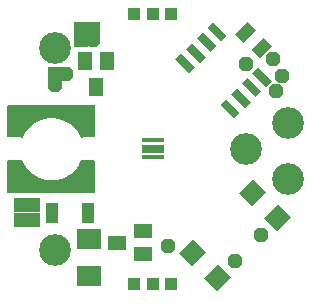
<source format=gts>
G75*
%MOIN*%
%OFA0B0*%
%FSLAX25Y25*%
%IPPOS*%
%LPD*%
%AMOC8*
5,1,8,0,0,1.08239X$1,22.5*
%
%ADD10R,0.05600X0.05600*%
%ADD11C,0.00500*%
%ADD12C,0.00160*%
%ADD13R,0.07293X0.02569*%
%ADD14R,0.07293X0.01584*%
%ADD15R,0.04537X0.06112*%
%ADD16R,0.06899X0.06112*%
%ADD17C,0.10600*%
%ADD18R,0.06112X0.04537*%
%ADD19R,0.04143X0.06899*%
%ADD20R,0.04143X0.05718*%
%ADD21R,0.02765X0.06506*%
%ADD22R,0.08080X0.06899*%
%ADD23R,0.04756X0.04756*%
%ADD24OC8,0.04756*%
%ADD25R,0.04362X0.04362*%
D10*
X0086061Y0071189D03*
X0086061Y0094811D03*
D11*
X0088620Y0094793D02*
X0059880Y0094793D01*
X0059880Y0094295D02*
X0088620Y0094295D01*
X0088620Y0093796D02*
X0073209Y0093796D01*
X0072944Y0093838D02*
X0074250Y0093630D01*
X0075549Y0093791D01*
X0076856Y0093747D01*
X0078141Y0093499D01*
X0079371Y0093053D01*
X0080517Y0092420D01*
X0081549Y0091616D01*
X0082442Y0090660D01*
X0083176Y0089576D01*
X0083730Y0088391D01*
X0084093Y0087134D01*
X0088620Y0087134D01*
X0088620Y0097370D01*
X0059880Y0097370D01*
X0059880Y0087134D01*
X0064407Y0087134D01*
X0064729Y0088417D01*
X0065257Y0089629D01*
X0065977Y0090739D01*
X0066869Y0091716D01*
X0067909Y0092533D01*
X0069069Y0093168D01*
X0070318Y0093604D01*
X0071621Y0093830D01*
X0072944Y0093838D01*
X0071427Y0093796D02*
X0059880Y0093796D01*
X0059880Y0093298D02*
X0069441Y0093298D01*
X0068396Y0092799D02*
X0059880Y0092799D01*
X0059880Y0092301D02*
X0067614Y0092301D01*
X0066979Y0091802D02*
X0059880Y0091802D01*
X0059880Y0091303D02*
X0066493Y0091303D01*
X0066037Y0090805D02*
X0059880Y0090805D01*
X0059880Y0090306D02*
X0065697Y0090306D01*
X0065373Y0089808D02*
X0059880Y0089808D01*
X0059880Y0089309D02*
X0065118Y0089309D01*
X0064901Y0088811D02*
X0059880Y0088811D01*
X0059880Y0088312D02*
X0064703Y0088312D01*
X0064578Y0087814D02*
X0059880Y0087814D01*
X0059880Y0087315D02*
X0064453Y0087315D01*
X0059880Y0095292D02*
X0088620Y0095292D01*
X0088620Y0095790D02*
X0059880Y0095790D01*
X0059880Y0096289D02*
X0088620Y0096289D01*
X0088620Y0096787D02*
X0059880Y0096787D01*
X0059880Y0097286D02*
X0088620Y0097286D01*
X0088620Y0093298D02*
X0078697Y0093298D01*
X0079831Y0092799D02*
X0088620Y0092799D01*
X0088620Y0092301D02*
X0080670Y0092301D01*
X0081310Y0091802D02*
X0088620Y0091802D01*
X0088620Y0091303D02*
X0081841Y0091303D01*
X0082307Y0090805D02*
X0088620Y0090805D01*
X0088620Y0090306D02*
X0082682Y0090306D01*
X0083019Y0089808D02*
X0088620Y0089808D01*
X0088620Y0089309D02*
X0083301Y0089309D01*
X0083534Y0088811D02*
X0088620Y0088811D01*
X0088620Y0088312D02*
X0083753Y0088312D01*
X0083897Y0087814D02*
X0088620Y0087814D01*
X0088620Y0087315D02*
X0084040Y0087315D01*
X0084093Y0078866D02*
X0088620Y0078866D01*
X0088620Y0068630D01*
X0059880Y0068630D01*
X0059880Y0078866D01*
X0064407Y0078866D01*
X0064770Y0077609D01*
X0065324Y0076424D01*
X0066058Y0075340D01*
X0066951Y0074384D01*
X0067983Y0073580D01*
X0069129Y0072947D01*
X0070359Y0072501D01*
X0071644Y0072253D01*
X0072951Y0072209D01*
X0074250Y0072370D01*
X0075556Y0072162D01*
X0076879Y0072170D01*
X0078182Y0072396D01*
X0079431Y0072832D01*
X0080591Y0073467D01*
X0081631Y0074284D01*
X0082523Y0075261D01*
X0083243Y0076371D01*
X0083771Y0077583D01*
X0084093Y0078866D01*
X0084086Y0078841D02*
X0088620Y0078841D01*
X0088620Y0078342D02*
X0083961Y0078342D01*
X0083836Y0077844D02*
X0088620Y0077844D01*
X0088620Y0077345D02*
X0083667Y0077345D01*
X0083450Y0076847D02*
X0088620Y0076847D01*
X0088620Y0076348D02*
X0083228Y0076348D01*
X0082905Y0075850D02*
X0088620Y0075850D01*
X0088620Y0075351D02*
X0082581Y0075351D01*
X0082150Y0074853D02*
X0088620Y0074853D01*
X0088620Y0074354D02*
X0081694Y0074354D01*
X0081085Y0073856D02*
X0088620Y0073856D01*
X0088620Y0073357D02*
X0080389Y0073357D01*
X0079479Y0072859D02*
X0088620Y0072859D01*
X0088620Y0072360D02*
X0077975Y0072360D01*
X0074313Y0072360D02*
X0074169Y0072360D01*
X0071088Y0072360D02*
X0059880Y0072360D01*
X0059880Y0071862D02*
X0088620Y0071862D01*
X0088620Y0071363D02*
X0059880Y0071363D01*
X0059880Y0070865D02*
X0088620Y0070865D01*
X0088620Y0070366D02*
X0059880Y0070366D01*
X0059880Y0069868D02*
X0088620Y0069868D01*
X0088620Y0069369D02*
X0059880Y0069369D01*
X0059880Y0068870D02*
X0088620Y0068870D01*
X0069372Y0072859D02*
X0059880Y0072859D01*
X0059880Y0073357D02*
X0068386Y0073357D01*
X0067629Y0073856D02*
X0059880Y0073856D01*
X0059880Y0074354D02*
X0066989Y0074354D01*
X0066513Y0074853D02*
X0059880Y0074853D01*
X0059880Y0075351D02*
X0066050Y0075351D01*
X0065713Y0075850D02*
X0059880Y0075850D01*
X0059880Y0076348D02*
X0065375Y0076348D01*
X0065126Y0076847D02*
X0059880Y0076847D01*
X0059880Y0077345D02*
X0064893Y0077345D01*
X0064702Y0077844D02*
X0059880Y0077844D01*
X0059880Y0078342D02*
X0064558Y0078342D01*
X0064415Y0078841D02*
X0059880Y0078841D01*
D12*
X0085354Y0087643D02*
X0084027Y0087085D01*
X0083922Y0087323D01*
X0083810Y0087558D01*
X0083694Y0087790D01*
X0083571Y0088019D01*
X0083443Y0088245D01*
X0083309Y0088468D01*
X0083170Y0088688D01*
X0083026Y0088904D01*
X0082876Y0089117D01*
X0082722Y0089326D01*
X0082562Y0089531D01*
X0082397Y0089732D01*
X0082228Y0089929D01*
X0082054Y0090122D01*
X0081875Y0090310D01*
X0081691Y0090494D01*
X0081503Y0090674D01*
X0081311Y0090849D01*
X0081114Y0091019D01*
X0080914Y0091184D01*
X0080709Y0091345D01*
X0080501Y0091500D01*
X0080289Y0091650D01*
X0080073Y0091796D01*
X0079854Y0091935D01*
X0079632Y0092070D01*
X0079406Y0092198D01*
X0079177Y0092322D01*
X0078945Y0092440D01*
X0078711Y0092552D01*
X0078474Y0092658D01*
X0078234Y0092758D01*
X0077992Y0092853D01*
X0077747Y0092942D01*
X0077501Y0093024D01*
X0077253Y0093101D01*
X0077002Y0093171D01*
X0076751Y0093236D01*
X0076497Y0093294D01*
X0076243Y0093346D01*
X0075987Y0093392D01*
X0075730Y0093432D01*
X0075472Y0093465D01*
X0075213Y0093492D01*
X0074954Y0093513D01*
X0074695Y0093527D01*
X0074435Y0093535D01*
X0074175Y0093537D01*
X0073915Y0093532D01*
X0073656Y0093521D01*
X0073396Y0093504D01*
X0073137Y0093480D01*
X0072879Y0093450D01*
X0072622Y0093414D01*
X0072365Y0093372D01*
X0072110Y0093323D01*
X0071856Y0093268D01*
X0071603Y0093207D01*
X0071352Y0093140D01*
X0071103Y0093066D01*
X0070855Y0092987D01*
X0070610Y0092901D01*
X0070367Y0092810D01*
X0070125Y0092713D01*
X0069887Y0092610D01*
X0069651Y0092501D01*
X0069418Y0092386D01*
X0069187Y0092266D01*
X0068960Y0092140D01*
X0068736Y0092008D01*
X0068515Y0091872D01*
X0068297Y0091729D01*
X0068083Y0091582D01*
X0067873Y0091429D01*
X0067666Y0091272D01*
X0067463Y0091109D01*
X0067265Y0090941D01*
X0067070Y0090769D01*
X0066880Y0090592D01*
X0066694Y0090410D01*
X0066512Y0090224D01*
X0066336Y0090033D01*
X0066163Y0089839D01*
X0065996Y0089640D01*
X0065834Y0089437D01*
X0065676Y0089230D01*
X0065524Y0089019D01*
X0065377Y0088805D01*
X0065235Y0088587D01*
X0065099Y0088366D01*
X0064967Y0088142D01*
X0064842Y0087914D01*
X0064722Y0087683D01*
X0064608Y0087450D01*
X0064499Y0087214D01*
X0064396Y0086975D01*
X0063063Y0087518D01*
X0063179Y0087790D01*
X0063302Y0088058D01*
X0063432Y0088323D01*
X0063568Y0088585D01*
X0063710Y0088844D01*
X0063859Y0089099D01*
X0064014Y0089351D01*
X0064175Y0089598D01*
X0064342Y0089842D01*
X0064515Y0090081D01*
X0064693Y0090316D01*
X0064878Y0090547D01*
X0065068Y0090773D01*
X0065263Y0090994D01*
X0065464Y0091211D01*
X0065670Y0091422D01*
X0065881Y0091629D01*
X0066097Y0091830D01*
X0066318Y0092026D01*
X0066543Y0092217D01*
X0066773Y0092402D01*
X0067008Y0092581D01*
X0067247Y0092754D01*
X0067490Y0092922D01*
X0067737Y0093084D01*
X0067988Y0093239D01*
X0068243Y0093389D01*
X0068501Y0093532D01*
X0068763Y0093669D01*
X0069028Y0093799D01*
X0069296Y0093923D01*
X0069567Y0094040D01*
X0069841Y0094151D01*
X0070117Y0094255D01*
X0070396Y0094352D01*
X0070677Y0094442D01*
X0070960Y0094525D01*
X0071245Y0094602D01*
X0071532Y0094671D01*
X0071821Y0094734D01*
X0072111Y0094789D01*
X0072402Y0094837D01*
X0072695Y0094879D01*
X0072988Y0094913D01*
X0073282Y0094939D01*
X0073577Y0094959D01*
X0073872Y0094972D01*
X0074167Y0094977D01*
X0074462Y0094975D01*
X0074757Y0094966D01*
X0075052Y0094949D01*
X0075347Y0094926D01*
X0075640Y0094895D01*
X0075933Y0094857D01*
X0076225Y0094812D01*
X0076516Y0094760D01*
X0076805Y0094701D01*
X0077093Y0094635D01*
X0077379Y0094561D01*
X0077663Y0094481D01*
X0077945Y0094394D01*
X0078225Y0094300D01*
X0078502Y0094199D01*
X0078777Y0094092D01*
X0079050Y0093978D01*
X0079319Y0093857D01*
X0079586Y0093729D01*
X0079849Y0093596D01*
X0080109Y0093455D01*
X0080365Y0093309D01*
X0080618Y0093156D01*
X0080867Y0092997D01*
X0081112Y0092832D01*
X0081352Y0092662D01*
X0081589Y0092485D01*
X0081821Y0092303D01*
X0082049Y0092115D01*
X0082272Y0091921D01*
X0082490Y0091722D01*
X0082704Y0091518D01*
X0082912Y0091309D01*
X0083115Y0091095D01*
X0083313Y0090875D01*
X0083505Y0090651D01*
X0083692Y0090423D01*
X0083874Y0090190D01*
X0084049Y0089952D01*
X0084219Y0089711D01*
X0084383Y0089465D01*
X0084540Y0089215D01*
X0084692Y0088962D01*
X0084837Y0088705D01*
X0084976Y0088444D01*
X0085109Y0088181D01*
X0085235Y0087914D01*
X0085355Y0087644D01*
X0085215Y0087585D01*
X0085097Y0087852D01*
X0084973Y0088115D01*
X0084842Y0088376D01*
X0084704Y0088633D01*
X0084561Y0088887D01*
X0084411Y0089137D01*
X0084256Y0089384D01*
X0084094Y0089626D01*
X0083926Y0089865D01*
X0083753Y0090099D01*
X0083574Y0090329D01*
X0083389Y0090555D01*
X0083199Y0090776D01*
X0083004Y0090993D01*
X0082803Y0091204D01*
X0082598Y0091411D01*
X0082387Y0091612D01*
X0082171Y0091809D01*
X0081951Y0092000D01*
X0081726Y0092185D01*
X0081497Y0092365D01*
X0081263Y0092540D01*
X0081025Y0092708D01*
X0080783Y0092871D01*
X0080538Y0093028D01*
X0080288Y0093179D01*
X0080035Y0093324D01*
X0079778Y0093462D01*
X0079518Y0093594D01*
X0079255Y0093720D01*
X0078989Y0093839D01*
X0078720Y0093952D01*
X0078449Y0094058D01*
X0078175Y0094158D01*
X0077898Y0094250D01*
X0077620Y0094336D01*
X0077339Y0094416D01*
X0077057Y0094488D01*
X0076773Y0094553D01*
X0076487Y0094612D01*
X0076200Y0094663D01*
X0075912Y0094708D01*
X0075623Y0094745D01*
X0075333Y0094775D01*
X0075042Y0094799D01*
X0074751Y0094815D01*
X0074459Y0094824D01*
X0074168Y0094826D01*
X0073876Y0094821D01*
X0073585Y0094808D01*
X0073294Y0094789D01*
X0073004Y0094762D01*
X0072714Y0094729D01*
X0072425Y0094688D01*
X0072138Y0094640D01*
X0071851Y0094586D01*
X0071566Y0094524D01*
X0071283Y0094456D01*
X0071001Y0094380D01*
X0070722Y0094298D01*
X0070444Y0094209D01*
X0070169Y0094113D01*
X0069896Y0094010D01*
X0069625Y0093901D01*
X0069358Y0093785D01*
X0069093Y0093663D01*
X0068832Y0093534D01*
X0068573Y0093399D01*
X0068318Y0093258D01*
X0068067Y0093110D01*
X0067819Y0092957D01*
X0067575Y0092797D01*
X0067335Y0092632D01*
X0067099Y0092460D01*
X0066867Y0092283D01*
X0066640Y0092101D01*
X0066417Y0091912D01*
X0066199Y0091719D01*
X0065986Y0091520D01*
X0065777Y0091316D01*
X0065574Y0091107D01*
X0065376Y0090894D01*
X0065183Y0090675D01*
X0064995Y0090452D01*
X0064813Y0090224D01*
X0064637Y0089992D01*
X0064466Y0089755D01*
X0064301Y0089515D01*
X0064142Y0089271D01*
X0063989Y0089022D01*
X0063842Y0088770D01*
X0063702Y0088515D01*
X0063567Y0088256D01*
X0063439Y0087994D01*
X0063318Y0087729D01*
X0063202Y0087461D01*
X0063342Y0087404D01*
X0063456Y0087669D01*
X0063576Y0087931D01*
X0063702Y0088189D01*
X0063835Y0088445D01*
X0063974Y0088697D01*
X0064119Y0088945D01*
X0064270Y0089190D01*
X0064427Y0089432D01*
X0064590Y0089669D01*
X0064758Y0089903D01*
X0064933Y0090132D01*
X0065112Y0090357D01*
X0065298Y0090577D01*
X0065488Y0090793D01*
X0065684Y0091004D01*
X0065885Y0091210D01*
X0066090Y0091411D01*
X0066301Y0091608D01*
X0066516Y0091799D01*
X0066736Y0091984D01*
X0066961Y0092165D01*
X0067189Y0092339D01*
X0067422Y0092509D01*
X0067659Y0092672D01*
X0067900Y0092830D01*
X0068145Y0092981D01*
X0068393Y0093127D01*
X0068645Y0093266D01*
X0068900Y0093400D01*
X0069158Y0093527D01*
X0069420Y0093647D01*
X0069684Y0093762D01*
X0069951Y0093869D01*
X0070220Y0093971D01*
X0070492Y0094065D01*
X0070766Y0094153D01*
X0071042Y0094235D01*
X0071321Y0094309D01*
X0071600Y0094377D01*
X0071882Y0094438D01*
X0072164Y0094492D01*
X0072448Y0094539D01*
X0072733Y0094579D01*
X0073019Y0094612D01*
X0073306Y0094638D01*
X0073593Y0094658D01*
X0073881Y0094670D01*
X0074169Y0094675D01*
X0074457Y0094673D01*
X0074744Y0094664D01*
X0075032Y0094648D01*
X0075319Y0094625D01*
X0075605Y0094595D01*
X0075890Y0094558D01*
X0076175Y0094514D01*
X0076458Y0094464D01*
X0076740Y0094406D01*
X0077021Y0094341D01*
X0077300Y0094270D01*
X0077577Y0094192D01*
X0077852Y0094107D01*
X0078125Y0094015D01*
X0078395Y0093917D01*
X0078663Y0093812D01*
X0078929Y0093701D01*
X0079192Y0093583D01*
X0079451Y0093459D01*
X0079708Y0093328D01*
X0079961Y0093192D01*
X0080211Y0093049D01*
X0080458Y0092900D01*
X0080700Y0092745D01*
X0080939Y0092585D01*
X0081174Y0092418D01*
X0081405Y0092246D01*
X0081631Y0092068D01*
X0081853Y0091885D01*
X0082071Y0091696D01*
X0082283Y0091502D01*
X0082491Y0091303D01*
X0082694Y0091099D01*
X0082893Y0090891D01*
X0083085Y0090677D01*
X0083273Y0090459D01*
X0083455Y0090236D01*
X0083632Y0090009D01*
X0083803Y0089777D01*
X0083969Y0089542D01*
X0084128Y0089302D01*
X0084282Y0089059D01*
X0084430Y0088812D01*
X0084572Y0088561D01*
X0084707Y0088307D01*
X0084837Y0088050D01*
X0084960Y0087790D01*
X0085076Y0087527D01*
X0084937Y0087468D01*
X0084822Y0087728D01*
X0084700Y0087985D01*
X0084573Y0088239D01*
X0084439Y0088489D01*
X0084299Y0088737D01*
X0084153Y0088980D01*
X0084001Y0089221D01*
X0083844Y0089457D01*
X0083680Y0089690D01*
X0083511Y0089918D01*
X0083337Y0090142D01*
X0083157Y0090362D01*
X0082972Y0090578D01*
X0082781Y0090789D01*
X0082586Y0090995D01*
X0082385Y0091196D01*
X0082180Y0091392D01*
X0081970Y0091584D01*
X0081755Y0091770D01*
X0081536Y0091951D01*
X0081312Y0092126D01*
X0081085Y0092296D01*
X0080853Y0092461D01*
X0080617Y0092619D01*
X0080377Y0092772D01*
X0080134Y0092919D01*
X0079888Y0093060D01*
X0079637Y0093195D01*
X0079384Y0093324D01*
X0079128Y0093446D01*
X0078868Y0093562D01*
X0078606Y0093672D01*
X0078342Y0093776D01*
X0078075Y0093873D01*
X0077805Y0093963D01*
X0077534Y0094047D01*
X0077260Y0094124D01*
X0076985Y0094195D01*
X0076708Y0094258D01*
X0076430Y0094315D01*
X0076150Y0094365D01*
X0075869Y0094409D01*
X0075587Y0094445D01*
X0075305Y0094475D01*
X0075021Y0094497D01*
X0074738Y0094513D01*
X0074454Y0094522D01*
X0074170Y0094524D01*
X0073885Y0094519D01*
X0073602Y0094507D01*
X0073318Y0094488D01*
X0073035Y0094462D01*
X0072753Y0094429D01*
X0072471Y0094390D01*
X0072191Y0094343D01*
X0071912Y0094290D01*
X0071634Y0094230D01*
X0071358Y0094163D01*
X0071084Y0094089D01*
X0070811Y0094009D01*
X0070540Y0093922D01*
X0070272Y0093829D01*
X0070006Y0093729D01*
X0069743Y0093622D01*
X0069482Y0093510D01*
X0069224Y0093391D01*
X0068969Y0093265D01*
X0068717Y0093134D01*
X0068468Y0092996D01*
X0068223Y0092852D01*
X0067982Y0092702D01*
X0067744Y0092547D01*
X0067510Y0092386D01*
X0067280Y0092219D01*
X0067054Y0092046D01*
X0066833Y0091868D01*
X0066616Y0091685D01*
X0066403Y0091496D01*
X0066195Y0091303D01*
X0065992Y0091104D01*
X0065794Y0090900D01*
X0065600Y0090692D01*
X0065412Y0090479D01*
X0065230Y0090261D01*
X0065052Y0090040D01*
X0064880Y0089813D01*
X0064714Y0089583D01*
X0064553Y0089349D01*
X0064398Y0089110D01*
X0064249Y0088869D01*
X0064106Y0088623D01*
X0063969Y0088374D01*
X0063838Y0088122D01*
X0063713Y0087867D01*
X0063594Y0087609D01*
X0063482Y0087347D01*
X0063622Y0087290D01*
X0063733Y0087548D01*
X0063850Y0087803D01*
X0063973Y0088055D01*
X0064102Y0088304D01*
X0064238Y0088549D01*
X0064379Y0088792D01*
X0064526Y0089030D01*
X0064679Y0089265D01*
X0064838Y0089497D01*
X0065002Y0089724D01*
X0065172Y0089947D01*
X0065347Y0090166D01*
X0065527Y0090381D01*
X0065713Y0090591D01*
X0065904Y0090797D01*
X0066099Y0090998D01*
X0066300Y0091194D01*
X0066505Y0091385D01*
X0066715Y0091571D01*
X0066929Y0091752D01*
X0067148Y0091928D01*
X0067371Y0092098D01*
X0067598Y0092263D01*
X0067829Y0092422D01*
X0068063Y0092575D01*
X0068302Y0092723D01*
X0068544Y0092865D01*
X0068789Y0093001D01*
X0069038Y0093131D01*
X0069289Y0093254D01*
X0069544Y0093372D01*
X0069801Y0093483D01*
X0070061Y0093588D01*
X0070324Y0093687D01*
X0070589Y0093779D01*
X0070856Y0093865D01*
X0071125Y0093944D01*
X0071396Y0094017D01*
X0071668Y0094083D01*
X0071942Y0094142D01*
X0072218Y0094195D01*
X0072494Y0094240D01*
X0072772Y0094280D01*
X0073051Y0094312D01*
X0073330Y0094337D01*
X0073610Y0094356D01*
X0073890Y0094368D01*
X0074170Y0094373D01*
X0074451Y0094371D01*
X0074731Y0094362D01*
X0075011Y0094347D01*
X0075291Y0094324D01*
X0075570Y0094295D01*
X0075848Y0094259D01*
X0076125Y0094217D01*
X0076401Y0094167D01*
X0076676Y0094111D01*
X0076949Y0094048D01*
X0077221Y0093978D01*
X0077491Y0093902D01*
X0077759Y0093819D01*
X0078025Y0093730D01*
X0078288Y0093635D01*
X0078549Y0093532D01*
X0078808Y0093424D01*
X0079064Y0093309D01*
X0079317Y0093188D01*
X0079567Y0093061D01*
X0079814Y0092928D01*
X0080057Y0092789D01*
X0080297Y0092644D01*
X0080534Y0092493D01*
X0080767Y0092337D01*
X0080995Y0092174D01*
X0081220Y0092007D01*
X0081441Y0091834D01*
X0081657Y0091655D01*
X0081869Y0091471D01*
X0082076Y0091283D01*
X0082279Y0091089D01*
X0082477Y0090890D01*
X0082670Y0090687D01*
X0082858Y0090478D01*
X0083041Y0090266D01*
X0083218Y0090049D01*
X0083391Y0089827D01*
X0083557Y0089602D01*
X0083719Y0089372D01*
X0083874Y0089139D01*
X0084024Y0088902D01*
X0084168Y0088661D01*
X0084306Y0088417D01*
X0084438Y0088170D01*
X0084564Y0087919D01*
X0084684Y0087666D01*
X0084798Y0087409D01*
X0084659Y0087351D01*
X0084546Y0087604D01*
X0084428Y0087854D01*
X0084304Y0088101D01*
X0084173Y0088345D01*
X0084037Y0088586D01*
X0083895Y0088824D01*
X0083747Y0089058D01*
X0083593Y0089288D01*
X0083434Y0089514D01*
X0083270Y0089737D01*
X0083100Y0089955D01*
X0082924Y0090169D01*
X0082744Y0090379D01*
X0082559Y0090585D01*
X0082368Y0090785D01*
X0082173Y0090981D01*
X0081973Y0091173D01*
X0081768Y0091359D01*
X0081559Y0091540D01*
X0081346Y0091716D01*
X0081128Y0091887D01*
X0080906Y0092053D01*
X0080680Y0092213D01*
X0080451Y0092367D01*
X0080217Y0092516D01*
X0079980Y0092659D01*
X0079740Y0092796D01*
X0079497Y0092928D01*
X0079250Y0093053D01*
X0079000Y0093172D01*
X0078748Y0093286D01*
X0078492Y0093393D01*
X0078235Y0093493D01*
X0077975Y0093588D01*
X0077712Y0093676D01*
X0077448Y0093757D01*
X0077181Y0093833D01*
X0076913Y0093901D01*
X0076644Y0093963D01*
X0076372Y0094019D01*
X0076100Y0094068D01*
X0075827Y0094110D01*
X0075552Y0094145D01*
X0075277Y0094174D01*
X0075001Y0094196D01*
X0074725Y0094211D01*
X0074448Y0094220D01*
X0074171Y0094222D01*
X0073895Y0094217D01*
X0073618Y0094205D01*
X0073342Y0094187D01*
X0073066Y0094162D01*
X0072791Y0094130D01*
X0072517Y0094091D01*
X0072244Y0094046D01*
X0071973Y0093994D01*
X0071702Y0093936D01*
X0071433Y0093870D01*
X0071166Y0093799D01*
X0070900Y0093721D01*
X0070637Y0093636D01*
X0070375Y0093545D01*
X0070116Y0093448D01*
X0069860Y0093344D01*
X0069606Y0093234D01*
X0069355Y0093118D01*
X0069106Y0092996D01*
X0068861Y0092868D01*
X0068619Y0092734D01*
X0068380Y0092594D01*
X0068145Y0092448D01*
X0067913Y0092297D01*
X0067685Y0092140D01*
X0067461Y0091977D01*
X0067241Y0091809D01*
X0067026Y0091636D01*
X0066814Y0091457D01*
X0066607Y0091274D01*
X0066405Y0091085D01*
X0066207Y0090892D01*
X0066014Y0090693D01*
X0065825Y0090491D01*
X0065642Y0090283D01*
X0065464Y0090071D01*
X0065291Y0089855D01*
X0065124Y0089635D01*
X0064962Y0089410D01*
X0064805Y0089182D01*
X0064654Y0088950D01*
X0064509Y0088715D01*
X0064369Y0088476D01*
X0064236Y0088233D01*
X0064108Y0087988D01*
X0063987Y0087739D01*
X0063871Y0087488D01*
X0063762Y0087234D01*
X0063902Y0087177D01*
X0064010Y0087427D01*
X0064124Y0087675D01*
X0064244Y0087921D01*
X0064369Y0088163D01*
X0064501Y0088402D01*
X0064639Y0088638D01*
X0064782Y0088870D01*
X0064931Y0089099D01*
X0065086Y0089324D01*
X0065246Y0089546D01*
X0065411Y0089763D01*
X0065581Y0089976D01*
X0065757Y0090185D01*
X0065938Y0090390D01*
X0066124Y0090590D01*
X0066314Y0090786D01*
X0066509Y0090976D01*
X0066709Y0091162D01*
X0066913Y0091344D01*
X0067122Y0091520D01*
X0067335Y0091691D01*
X0067552Y0091856D01*
X0067773Y0092017D01*
X0067998Y0092172D01*
X0068226Y0092321D01*
X0068458Y0092465D01*
X0068694Y0092603D01*
X0068933Y0092735D01*
X0069175Y0092862D01*
X0069420Y0092982D01*
X0069668Y0093097D01*
X0069918Y0093205D01*
X0070172Y0093307D01*
X0070427Y0093403D01*
X0070685Y0093493D01*
X0070945Y0093576D01*
X0071207Y0093654D01*
X0071471Y0093724D01*
X0071736Y0093788D01*
X0072003Y0093846D01*
X0072271Y0093897D01*
X0072540Y0093942D01*
X0072811Y0093980D01*
X0073082Y0094011D01*
X0073354Y0094036D01*
X0073626Y0094054D01*
X0073899Y0094066D01*
X0074172Y0094071D01*
X0074445Y0094069D01*
X0074718Y0094061D01*
X0074991Y0094045D01*
X0075263Y0094024D01*
X0075534Y0093995D01*
X0075805Y0093960D01*
X0076075Y0093919D01*
X0076344Y0093871D01*
X0076611Y0093816D01*
X0076877Y0093755D01*
X0077142Y0093687D01*
X0077405Y0093613D01*
X0077666Y0093532D01*
X0077924Y0093445D01*
X0078181Y0093352D01*
X0078435Y0093253D01*
X0078687Y0093147D01*
X0078936Y0093036D01*
X0079183Y0092918D01*
X0079426Y0092794D01*
X0079666Y0092665D01*
X0079904Y0092529D01*
X0080137Y0092388D01*
X0080367Y0092241D01*
X0080594Y0092089D01*
X0080817Y0091931D01*
X0081036Y0091768D01*
X0081250Y0091599D01*
X0081461Y0091425D01*
X0081667Y0091247D01*
X0081869Y0091063D01*
X0082067Y0090874D01*
X0082259Y0090681D01*
X0082447Y0090482D01*
X0082630Y0090280D01*
X0082808Y0090073D01*
X0082981Y0089862D01*
X0083149Y0089646D01*
X0083311Y0089427D01*
X0083468Y0089203D01*
X0083620Y0088976D01*
X0083766Y0088745D01*
X0083906Y0088511D01*
X0084041Y0088273D01*
X0084169Y0088033D01*
X0084292Y0087789D01*
X0084409Y0087542D01*
X0084519Y0087292D01*
X0084380Y0087234D01*
X0084271Y0087480D01*
X0084156Y0087723D01*
X0084035Y0087964D01*
X0083908Y0088202D01*
X0083775Y0088436D01*
X0083637Y0088667D01*
X0083493Y0088895D01*
X0083343Y0089119D01*
X0083188Y0089339D01*
X0083028Y0089556D01*
X0082863Y0089768D01*
X0082692Y0089976D01*
X0082516Y0090181D01*
X0082336Y0090380D01*
X0082151Y0090576D01*
X0081960Y0090767D01*
X0081766Y0090953D01*
X0081567Y0091134D01*
X0081363Y0091310D01*
X0081155Y0091482D01*
X0080943Y0091648D01*
X0080727Y0091809D01*
X0080508Y0091965D01*
X0080284Y0092115D01*
X0080057Y0092260D01*
X0079827Y0092399D01*
X0079593Y0092533D01*
X0079356Y0092661D01*
X0079116Y0092783D01*
X0078873Y0092899D01*
X0078627Y0093009D01*
X0078378Y0093113D01*
X0078128Y0093211D01*
X0077874Y0093303D01*
X0077619Y0093389D01*
X0077362Y0093468D01*
X0077102Y0093541D01*
X0076842Y0093608D01*
X0076579Y0093668D01*
X0076315Y0093722D01*
X0076050Y0093770D01*
X0075784Y0093811D01*
X0075517Y0093845D01*
X0075249Y0093873D01*
X0074980Y0093895D01*
X0074712Y0093910D01*
X0074442Y0093918D01*
X0074173Y0093920D01*
X0073904Y0093915D01*
X0073635Y0093904D01*
X0073366Y0093886D01*
X0073098Y0093861D01*
X0072830Y0093830D01*
X0072563Y0093793D01*
X0072298Y0093749D01*
X0072033Y0093698D01*
X0071770Y0093641D01*
X0071508Y0093578D01*
X0071248Y0093508D01*
X0070990Y0093432D01*
X0070733Y0093350D01*
X0070479Y0093261D01*
X0070227Y0093167D01*
X0069977Y0093066D01*
X0069730Y0092959D01*
X0069485Y0092846D01*
X0069243Y0092727D01*
X0069005Y0092602D01*
X0068769Y0092472D01*
X0068537Y0092336D01*
X0068308Y0092194D01*
X0068082Y0092047D01*
X0067861Y0091894D01*
X0067643Y0091736D01*
X0067429Y0091572D01*
X0067219Y0091404D01*
X0067013Y0091230D01*
X0066811Y0091051D01*
X0066614Y0090868D01*
X0066421Y0090679D01*
X0066234Y0090486D01*
X0066050Y0090289D01*
X0065872Y0090087D01*
X0065699Y0089881D01*
X0065530Y0089671D01*
X0065367Y0089456D01*
X0065210Y0089238D01*
X0065057Y0089016D01*
X0064910Y0088790D01*
X0064769Y0088561D01*
X0064633Y0088328D01*
X0064503Y0088093D01*
X0064379Y0087854D01*
X0064260Y0087612D01*
X0064148Y0087367D01*
X0064041Y0087120D01*
X0064181Y0087063D01*
X0064286Y0087307D01*
X0064397Y0087548D01*
X0064514Y0087786D01*
X0064637Y0088022D01*
X0064765Y0088255D01*
X0064899Y0088484D01*
X0065038Y0088710D01*
X0065183Y0088933D01*
X0065334Y0089152D01*
X0065489Y0089367D01*
X0065650Y0089578D01*
X0065816Y0089786D01*
X0065987Y0089989D01*
X0066163Y0090188D01*
X0066343Y0090383D01*
X0066529Y0090573D01*
X0066719Y0090759D01*
X0066913Y0090940D01*
X0067112Y0091116D01*
X0067315Y0091287D01*
X0067522Y0091454D01*
X0067733Y0091615D01*
X0067948Y0091771D01*
X0068167Y0091922D01*
X0068389Y0092067D01*
X0068615Y0092207D01*
X0068844Y0092341D01*
X0069077Y0092470D01*
X0069312Y0092593D01*
X0069551Y0092710D01*
X0069792Y0092821D01*
X0070035Y0092927D01*
X0070282Y0093026D01*
X0070530Y0093119D01*
X0070781Y0093207D01*
X0071034Y0093288D01*
X0071289Y0093363D01*
X0071546Y0093432D01*
X0071804Y0093494D01*
X0072063Y0093550D01*
X0072324Y0093600D01*
X0072586Y0093643D01*
X0072849Y0093680D01*
X0073113Y0093711D01*
X0073378Y0093735D01*
X0073643Y0093753D01*
X0073908Y0093764D01*
X0074174Y0093769D01*
X0074439Y0093767D01*
X0074705Y0093759D01*
X0074970Y0093744D01*
X0075235Y0093723D01*
X0075499Y0093695D01*
X0075763Y0093661D01*
X0076025Y0093621D01*
X0076287Y0093574D01*
X0076547Y0093521D01*
X0076806Y0093461D01*
X0077063Y0093395D01*
X0077319Y0093323D01*
X0077572Y0093245D01*
X0077824Y0093160D01*
X0078074Y0093070D01*
X0078321Y0092973D01*
X0078566Y0092870D01*
X0078809Y0092762D01*
X0079048Y0092647D01*
X0079285Y0092527D01*
X0079519Y0092401D01*
X0079750Y0092269D01*
X0079977Y0092132D01*
X0080201Y0091989D01*
X0080421Y0091841D01*
X0080638Y0091687D01*
X0080851Y0091529D01*
X0081060Y0091365D01*
X0081265Y0091196D01*
X0081466Y0091022D01*
X0081662Y0090843D01*
X0081854Y0090659D01*
X0082042Y0090471D01*
X0082225Y0090278D01*
X0082403Y0090081D01*
X0082576Y0089880D01*
X0082744Y0089674D01*
X0082907Y0089465D01*
X0083065Y0089251D01*
X0083218Y0089034D01*
X0083366Y0088813D01*
X0083508Y0088589D01*
X0083644Y0088361D01*
X0083775Y0088130D01*
X0083900Y0087895D01*
X0084020Y0087658D01*
X0084133Y0087418D01*
X0084241Y0087175D01*
X0084102Y0087117D01*
X0083996Y0087356D01*
X0083884Y0087593D01*
X0083766Y0087827D01*
X0083642Y0088058D01*
X0083513Y0088286D01*
X0083379Y0088510D01*
X0083238Y0088732D01*
X0083093Y0088950D01*
X0082942Y0089164D01*
X0082787Y0089374D01*
X0082626Y0089581D01*
X0082460Y0089784D01*
X0082289Y0089982D01*
X0082113Y0090176D01*
X0081933Y0090366D01*
X0081748Y0090552D01*
X0081559Y0090733D01*
X0081365Y0090909D01*
X0081167Y0091081D01*
X0080965Y0091247D01*
X0080759Y0091409D01*
X0080549Y0091566D01*
X0080335Y0091717D01*
X0080118Y0091863D01*
X0079897Y0092004D01*
X0079673Y0092139D01*
X0079445Y0092269D01*
X0079215Y0092393D01*
X0078981Y0092512D01*
X0078745Y0092625D01*
X0078506Y0092732D01*
X0078264Y0092833D01*
X0078020Y0092929D01*
X0077774Y0093018D01*
X0077526Y0093101D01*
X0077276Y0093179D01*
X0077024Y0093250D01*
X0076770Y0093315D01*
X0076515Y0093373D01*
X0076258Y0093426D01*
X0076000Y0093472D01*
X0075741Y0093512D01*
X0075481Y0093545D01*
X0075221Y0093573D01*
X0074960Y0093594D01*
X0074698Y0093608D01*
X0074437Y0093616D01*
X0074175Y0093618D01*
X0073913Y0093613D01*
X0073651Y0093602D01*
X0073390Y0093585D01*
X0073129Y0093561D01*
X0072869Y0093531D01*
X0072609Y0093494D01*
X0072351Y0093451D01*
X0072094Y0093402D01*
X0071838Y0093347D01*
X0071583Y0093285D01*
X0071330Y0093218D01*
X0071079Y0093144D01*
X0070829Y0093064D01*
X0070582Y0092978D01*
X0070337Y0092885D01*
X0070094Y0092787D01*
X0069854Y0092683D01*
X0069616Y0092574D01*
X0069381Y0092458D01*
X0069149Y0092337D01*
X0068919Y0092210D01*
X0068694Y0092078D01*
X0068471Y0091940D01*
X0068252Y0091796D01*
X0068036Y0091648D01*
X0067824Y0091494D01*
X0067616Y0091335D01*
X0067411Y0091171D01*
X0067211Y0091002D01*
X0067015Y0090829D01*
X0066824Y0090650D01*
X0066636Y0090467D01*
X0066453Y0090279D01*
X0066275Y0090087D01*
X0066102Y0089891D01*
X0065933Y0089691D01*
X0065770Y0089486D01*
X0065611Y0089278D01*
X0065458Y0089066D01*
X0065309Y0088850D01*
X0065166Y0088630D01*
X0065029Y0088407D01*
X0064897Y0088181D01*
X0064770Y0087952D01*
X0064649Y0087719D01*
X0064534Y0087484D01*
X0064425Y0087246D01*
X0064321Y0087006D01*
X0063146Y0078357D02*
X0064473Y0078915D01*
X0064578Y0078677D01*
X0064690Y0078442D01*
X0064806Y0078210D01*
X0064929Y0077981D01*
X0065057Y0077755D01*
X0065191Y0077532D01*
X0065330Y0077312D01*
X0065474Y0077096D01*
X0065624Y0076883D01*
X0065778Y0076674D01*
X0065938Y0076469D01*
X0066103Y0076268D01*
X0066272Y0076071D01*
X0066446Y0075878D01*
X0066625Y0075690D01*
X0066809Y0075506D01*
X0066997Y0075326D01*
X0067189Y0075151D01*
X0067386Y0074981D01*
X0067586Y0074816D01*
X0067791Y0074655D01*
X0067999Y0074500D01*
X0068211Y0074350D01*
X0068427Y0074204D01*
X0068646Y0074065D01*
X0068868Y0073930D01*
X0069094Y0073802D01*
X0069323Y0073678D01*
X0069555Y0073560D01*
X0069789Y0073448D01*
X0070026Y0073342D01*
X0070266Y0073242D01*
X0070508Y0073147D01*
X0070753Y0073058D01*
X0070999Y0072976D01*
X0071247Y0072899D01*
X0071498Y0072829D01*
X0071749Y0072764D01*
X0072003Y0072706D01*
X0072257Y0072654D01*
X0072513Y0072608D01*
X0072770Y0072568D01*
X0073028Y0072535D01*
X0073287Y0072508D01*
X0073546Y0072487D01*
X0073805Y0072473D01*
X0074065Y0072465D01*
X0074325Y0072463D01*
X0074585Y0072468D01*
X0074844Y0072479D01*
X0075104Y0072496D01*
X0075363Y0072520D01*
X0075621Y0072550D01*
X0075878Y0072586D01*
X0076135Y0072628D01*
X0076390Y0072677D01*
X0076644Y0072732D01*
X0076897Y0072793D01*
X0077148Y0072860D01*
X0077397Y0072934D01*
X0077645Y0073013D01*
X0077890Y0073099D01*
X0078133Y0073190D01*
X0078375Y0073287D01*
X0078613Y0073390D01*
X0078849Y0073499D01*
X0079082Y0073614D01*
X0079313Y0073734D01*
X0079540Y0073860D01*
X0079764Y0073992D01*
X0079985Y0074128D01*
X0080203Y0074271D01*
X0080417Y0074418D01*
X0080627Y0074571D01*
X0080834Y0074728D01*
X0081037Y0074891D01*
X0081235Y0075059D01*
X0081430Y0075231D01*
X0081620Y0075408D01*
X0081806Y0075590D01*
X0081988Y0075776D01*
X0082164Y0075967D01*
X0082337Y0076161D01*
X0082504Y0076360D01*
X0082666Y0076563D01*
X0082824Y0076770D01*
X0082976Y0076981D01*
X0083123Y0077195D01*
X0083265Y0077413D01*
X0083401Y0077634D01*
X0083533Y0077858D01*
X0083658Y0078086D01*
X0083778Y0078317D01*
X0083892Y0078550D01*
X0084001Y0078786D01*
X0084104Y0079025D01*
X0085437Y0078482D01*
X0085321Y0078210D01*
X0085198Y0077942D01*
X0085068Y0077677D01*
X0084932Y0077415D01*
X0084790Y0077156D01*
X0084641Y0076901D01*
X0084486Y0076649D01*
X0084325Y0076402D01*
X0084158Y0076158D01*
X0083985Y0075919D01*
X0083807Y0075684D01*
X0083622Y0075453D01*
X0083432Y0075227D01*
X0083237Y0075006D01*
X0083036Y0074789D01*
X0082830Y0074578D01*
X0082619Y0074371D01*
X0082403Y0074170D01*
X0082182Y0073974D01*
X0081957Y0073783D01*
X0081727Y0073598D01*
X0081492Y0073419D01*
X0081253Y0073246D01*
X0081010Y0073078D01*
X0080763Y0072916D01*
X0080512Y0072761D01*
X0080257Y0072611D01*
X0079999Y0072468D01*
X0079737Y0072331D01*
X0079472Y0072201D01*
X0079204Y0072077D01*
X0078933Y0071960D01*
X0078659Y0071849D01*
X0078383Y0071745D01*
X0078104Y0071648D01*
X0077823Y0071558D01*
X0077540Y0071475D01*
X0077255Y0071398D01*
X0076968Y0071329D01*
X0076679Y0071266D01*
X0076389Y0071211D01*
X0076098Y0071163D01*
X0075805Y0071121D01*
X0075512Y0071087D01*
X0075218Y0071061D01*
X0074923Y0071041D01*
X0074628Y0071028D01*
X0074333Y0071023D01*
X0074038Y0071025D01*
X0073743Y0071034D01*
X0073448Y0071051D01*
X0073153Y0071074D01*
X0072860Y0071105D01*
X0072567Y0071143D01*
X0072275Y0071188D01*
X0071984Y0071240D01*
X0071695Y0071299D01*
X0071407Y0071365D01*
X0071121Y0071439D01*
X0070837Y0071519D01*
X0070555Y0071606D01*
X0070275Y0071700D01*
X0069998Y0071801D01*
X0069723Y0071908D01*
X0069450Y0072022D01*
X0069181Y0072143D01*
X0068914Y0072271D01*
X0068651Y0072404D01*
X0068391Y0072545D01*
X0068135Y0072691D01*
X0067882Y0072844D01*
X0067633Y0073003D01*
X0067388Y0073168D01*
X0067148Y0073338D01*
X0066911Y0073515D01*
X0066679Y0073697D01*
X0066451Y0073885D01*
X0066228Y0074079D01*
X0066010Y0074278D01*
X0065796Y0074482D01*
X0065588Y0074691D01*
X0065385Y0074905D01*
X0065187Y0075125D01*
X0064995Y0075349D01*
X0064808Y0075577D01*
X0064626Y0075810D01*
X0064451Y0076048D01*
X0064281Y0076289D01*
X0064117Y0076535D01*
X0063960Y0076785D01*
X0063808Y0077038D01*
X0063663Y0077295D01*
X0063524Y0077556D01*
X0063391Y0077819D01*
X0063265Y0078086D01*
X0063145Y0078356D01*
X0063285Y0078415D01*
X0063403Y0078148D01*
X0063527Y0077885D01*
X0063658Y0077624D01*
X0063796Y0077367D01*
X0063939Y0077113D01*
X0064089Y0076863D01*
X0064244Y0076616D01*
X0064406Y0076374D01*
X0064574Y0076135D01*
X0064747Y0075901D01*
X0064926Y0075671D01*
X0065111Y0075445D01*
X0065301Y0075224D01*
X0065496Y0075007D01*
X0065697Y0074796D01*
X0065902Y0074589D01*
X0066113Y0074388D01*
X0066329Y0074191D01*
X0066549Y0074000D01*
X0066774Y0073815D01*
X0067003Y0073635D01*
X0067237Y0073460D01*
X0067475Y0073292D01*
X0067717Y0073129D01*
X0067962Y0072972D01*
X0068212Y0072821D01*
X0068465Y0072676D01*
X0068722Y0072538D01*
X0068982Y0072406D01*
X0069245Y0072280D01*
X0069511Y0072161D01*
X0069780Y0072048D01*
X0070051Y0071942D01*
X0070325Y0071842D01*
X0070602Y0071750D01*
X0070880Y0071664D01*
X0071161Y0071584D01*
X0071443Y0071512D01*
X0071727Y0071447D01*
X0072013Y0071388D01*
X0072300Y0071337D01*
X0072588Y0071292D01*
X0072877Y0071255D01*
X0073167Y0071225D01*
X0073458Y0071201D01*
X0073749Y0071185D01*
X0074041Y0071176D01*
X0074332Y0071174D01*
X0074624Y0071179D01*
X0074915Y0071192D01*
X0075206Y0071211D01*
X0075496Y0071238D01*
X0075786Y0071271D01*
X0076075Y0071312D01*
X0076362Y0071360D01*
X0076649Y0071414D01*
X0076934Y0071476D01*
X0077217Y0071544D01*
X0077499Y0071620D01*
X0077778Y0071702D01*
X0078056Y0071791D01*
X0078331Y0071887D01*
X0078604Y0071990D01*
X0078875Y0072099D01*
X0079142Y0072215D01*
X0079407Y0072337D01*
X0079668Y0072466D01*
X0079927Y0072601D01*
X0080182Y0072742D01*
X0080433Y0072890D01*
X0080681Y0073043D01*
X0080925Y0073203D01*
X0081165Y0073368D01*
X0081401Y0073540D01*
X0081633Y0073717D01*
X0081860Y0073899D01*
X0082083Y0074088D01*
X0082301Y0074281D01*
X0082514Y0074480D01*
X0082723Y0074684D01*
X0082926Y0074893D01*
X0083124Y0075106D01*
X0083317Y0075325D01*
X0083505Y0075548D01*
X0083687Y0075776D01*
X0083863Y0076008D01*
X0084034Y0076245D01*
X0084199Y0076485D01*
X0084358Y0076729D01*
X0084511Y0076978D01*
X0084658Y0077230D01*
X0084798Y0077485D01*
X0084933Y0077744D01*
X0085061Y0078006D01*
X0085182Y0078271D01*
X0085298Y0078539D01*
X0085158Y0078596D01*
X0085044Y0078331D01*
X0084924Y0078069D01*
X0084798Y0077811D01*
X0084665Y0077555D01*
X0084526Y0077303D01*
X0084381Y0077055D01*
X0084230Y0076810D01*
X0084073Y0076568D01*
X0083910Y0076331D01*
X0083742Y0076097D01*
X0083567Y0075868D01*
X0083388Y0075643D01*
X0083202Y0075423D01*
X0083012Y0075207D01*
X0082816Y0074996D01*
X0082615Y0074790D01*
X0082410Y0074589D01*
X0082199Y0074392D01*
X0081984Y0074201D01*
X0081764Y0074016D01*
X0081539Y0073835D01*
X0081311Y0073661D01*
X0081078Y0073491D01*
X0080841Y0073328D01*
X0080600Y0073170D01*
X0080355Y0073019D01*
X0080107Y0072873D01*
X0079855Y0072734D01*
X0079600Y0072600D01*
X0079342Y0072473D01*
X0079080Y0072353D01*
X0078816Y0072238D01*
X0078549Y0072131D01*
X0078280Y0072029D01*
X0078008Y0071935D01*
X0077734Y0071847D01*
X0077458Y0071765D01*
X0077179Y0071691D01*
X0076900Y0071623D01*
X0076618Y0071562D01*
X0076336Y0071508D01*
X0076052Y0071461D01*
X0075767Y0071421D01*
X0075481Y0071388D01*
X0075194Y0071362D01*
X0074907Y0071342D01*
X0074619Y0071330D01*
X0074331Y0071325D01*
X0074043Y0071327D01*
X0073756Y0071336D01*
X0073468Y0071352D01*
X0073181Y0071375D01*
X0072895Y0071405D01*
X0072610Y0071442D01*
X0072325Y0071486D01*
X0072042Y0071536D01*
X0071760Y0071594D01*
X0071479Y0071659D01*
X0071200Y0071730D01*
X0070923Y0071808D01*
X0070648Y0071893D01*
X0070375Y0071985D01*
X0070105Y0072083D01*
X0069837Y0072188D01*
X0069571Y0072299D01*
X0069308Y0072417D01*
X0069049Y0072541D01*
X0068792Y0072672D01*
X0068539Y0072808D01*
X0068289Y0072951D01*
X0068042Y0073100D01*
X0067800Y0073255D01*
X0067561Y0073415D01*
X0067326Y0073582D01*
X0067095Y0073754D01*
X0066869Y0073932D01*
X0066647Y0074115D01*
X0066429Y0074304D01*
X0066217Y0074498D01*
X0066009Y0074697D01*
X0065806Y0074901D01*
X0065607Y0075109D01*
X0065415Y0075323D01*
X0065227Y0075541D01*
X0065045Y0075764D01*
X0064868Y0075991D01*
X0064697Y0076223D01*
X0064531Y0076458D01*
X0064372Y0076698D01*
X0064218Y0076941D01*
X0064070Y0077188D01*
X0063928Y0077439D01*
X0063793Y0077693D01*
X0063663Y0077950D01*
X0063540Y0078210D01*
X0063424Y0078473D01*
X0063563Y0078532D01*
X0063678Y0078272D01*
X0063800Y0078015D01*
X0063927Y0077761D01*
X0064061Y0077511D01*
X0064201Y0077263D01*
X0064347Y0077020D01*
X0064499Y0076779D01*
X0064656Y0076543D01*
X0064820Y0076310D01*
X0064989Y0076082D01*
X0065163Y0075858D01*
X0065343Y0075638D01*
X0065528Y0075422D01*
X0065719Y0075211D01*
X0065914Y0075005D01*
X0066115Y0074804D01*
X0066320Y0074608D01*
X0066530Y0074416D01*
X0066745Y0074230D01*
X0066964Y0074049D01*
X0067188Y0073874D01*
X0067415Y0073704D01*
X0067647Y0073539D01*
X0067883Y0073381D01*
X0068123Y0073228D01*
X0068366Y0073081D01*
X0068612Y0072940D01*
X0068863Y0072805D01*
X0069116Y0072676D01*
X0069372Y0072554D01*
X0069632Y0072438D01*
X0069894Y0072328D01*
X0070158Y0072224D01*
X0070425Y0072127D01*
X0070695Y0072037D01*
X0070966Y0071953D01*
X0071240Y0071876D01*
X0071515Y0071805D01*
X0071792Y0071742D01*
X0072070Y0071685D01*
X0072350Y0071635D01*
X0072631Y0071591D01*
X0072913Y0071555D01*
X0073195Y0071525D01*
X0073479Y0071503D01*
X0073762Y0071487D01*
X0074046Y0071478D01*
X0074330Y0071476D01*
X0074615Y0071481D01*
X0074898Y0071493D01*
X0075182Y0071512D01*
X0075465Y0071538D01*
X0075747Y0071571D01*
X0076029Y0071610D01*
X0076309Y0071657D01*
X0076588Y0071710D01*
X0076866Y0071770D01*
X0077142Y0071837D01*
X0077416Y0071911D01*
X0077689Y0071991D01*
X0077960Y0072078D01*
X0078228Y0072171D01*
X0078494Y0072271D01*
X0078757Y0072378D01*
X0079018Y0072490D01*
X0079276Y0072609D01*
X0079531Y0072735D01*
X0079783Y0072866D01*
X0080032Y0073004D01*
X0080277Y0073148D01*
X0080518Y0073298D01*
X0080756Y0073453D01*
X0080990Y0073614D01*
X0081220Y0073781D01*
X0081446Y0073954D01*
X0081667Y0074132D01*
X0081884Y0074315D01*
X0082097Y0074504D01*
X0082305Y0074697D01*
X0082508Y0074896D01*
X0082706Y0075100D01*
X0082900Y0075308D01*
X0083088Y0075521D01*
X0083270Y0075739D01*
X0083448Y0075960D01*
X0083620Y0076187D01*
X0083786Y0076417D01*
X0083947Y0076651D01*
X0084102Y0076890D01*
X0084251Y0077131D01*
X0084394Y0077377D01*
X0084531Y0077626D01*
X0084662Y0077878D01*
X0084787Y0078133D01*
X0084906Y0078391D01*
X0085018Y0078653D01*
X0084878Y0078710D01*
X0084767Y0078452D01*
X0084650Y0078197D01*
X0084527Y0077945D01*
X0084398Y0077696D01*
X0084262Y0077451D01*
X0084121Y0077208D01*
X0083974Y0076970D01*
X0083821Y0076735D01*
X0083662Y0076503D01*
X0083498Y0076276D01*
X0083328Y0076053D01*
X0083153Y0075834D01*
X0082973Y0075619D01*
X0082787Y0075409D01*
X0082596Y0075203D01*
X0082401Y0075002D01*
X0082200Y0074806D01*
X0081995Y0074615D01*
X0081785Y0074429D01*
X0081571Y0074248D01*
X0081352Y0074072D01*
X0081129Y0073902D01*
X0080902Y0073737D01*
X0080671Y0073578D01*
X0080437Y0073425D01*
X0080198Y0073277D01*
X0079956Y0073135D01*
X0079711Y0072999D01*
X0079462Y0072869D01*
X0079211Y0072746D01*
X0078956Y0072628D01*
X0078699Y0072517D01*
X0078439Y0072412D01*
X0078176Y0072313D01*
X0077911Y0072221D01*
X0077644Y0072135D01*
X0077375Y0072056D01*
X0077104Y0071983D01*
X0076832Y0071917D01*
X0076558Y0071858D01*
X0076282Y0071805D01*
X0076006Y0071760D01*
X0075728Y0071720D01*
X0075449Y0071688D01*
X0075170Y0071663D01*
X0074890Y0071644D01*
X0074610Y0071632D01*
X0074330Y0071627D01*
X0074049Y0071629D01*
X0073769Y0071638D01*
X0073489Y0071653D01*
X0073209Y0071676D01*
X0072930Y0071705D01*
X0072652Y0071741D01*
X0072375Y0071783D01*
X0072099Y0071833D01*
X0071824Y0071889D01*
X0071551Y0071952D01*
X0071279Y0072022D01*
X0071009Y0072098D01*
X0070741Y0072181D01*
X0070475Y0072270D01*
X0070212Y0072365D01*
X0069951Y0072468D01*
X0069692Y0072576D01*
X0069436Y0072691D01*
X0069183Y0072812D01*
X0068933Y0072939D01*
X0068686Y0073072D01*
X0068443Y0073211D01*
X0068203Y0073356D01*
X0067966Y0073507D01*
X0067733Y0073663D01*
X0067505Y0073826D01*
X0067280Y0073993D01*
X0067059Y0074166D01*
X0066843Y0074345D01*
X0066631Y0074529D01*
X0066424Y0074717D01*
X0066221Y0074911D01*
X0066023Y0075110D01*
X0065830Y0075313D01*
X0065642Y0075522D01*
X0065459Y0075734D01*
X0065282Y0075951D01*
X0065109Y0076173D01*
X0064943Y0076398D01*
X0064781Y0076628D01*
X0064626Y0076861D01*
X0064476Y0077098D01*
X0064332Y0077339D01*
X0064194Y0077583D01*
X0064062Y0077830D01*
X0063936Y0078081D01*
X0063816Y0078334D01*
X0063702Y0078591D01*
X0063841Y0078649D01*
X0063954Y0078396D01*
X0064072Y0078146D01*
X0064196Y0077899D01*
X0064327Y0077655D01*
X0064463Y0077414D01*
X0064605Y0077176D01*
X0064753Y0076942D01*
X0064907Y0076712D01*
X0065066Y0076486D01*
X0065230Y0076263D01*
X0065400Y0076045D01*
X0065576Y0075831D01*
X0065756Y0075621D01*
X0065941Y0075415D01*
X0066132Y0075215D01*
X0066327Y0075019D01*
X0066527Y0074827D01*
X0066732Y0074641D01*
X0066941Y0074460D01*
X0067154Y0074284D01*
X0067372Y0074113D01*
X0067594Y0073947D01*
X0067820Y0073787D01*
X0068049Y0073633D01*
X0068283Y0073484D01*
X0068520Y0073341D01*
X0068760Y0073204D01*
X0069003Y0073072D01*
X0069250Y0072947D01*
X0069500Y0072828D01*
X0069752Y0072714D01*
X0070008Y0072607D01*
X0070265Y0072507D01*
X0070525Y0072412D01*
X0070788Y0072324D01*
X0071052Y0072243D01*
X0071319Y0072167D01*
X0071587Y0072099D01*
X0071856Y0072037D01*
X0072128Y0071981D01*
X0072400Y0071932D01*
X0072673Y0071890D01*
X0072948Y0071855D01*
X0073223Y0071826D01*
X0073499Y0071804D01*
X0073775Y0071789D01*
X0074052Y0071780D01*
X0074329Y0071778D01*
X0074605Y0071783D01*
X0074882Y0071795D01*
X0075158Y0071813D01*
X0075434Y0071838D01*
X0075709Y0071870D01*
X0075983Y0071909D01*
X0076256Y0071954D01*
X0076527Y0072006D01*
X0076798Y0072064D01*
X0077067Y0072130D01*
X0077334Y0072201D01*
X0077600Y0072279D01*
X0077863Y0072364D01*
X0078125Y0072455D01*
X0078384Y0072552D01*
X0078640Y0072656D01*
X0078894Y0072766D01*
X0079145Y0072882D01*
X0079394Y0073004D01*
X0079639Y0073132D01*
X0079881Y0073266D01*
X0080120Y0073406D01*
X0080355Y0073552D01*
X0080587Y0073703D01*
X0080815Y0073860D01*
X0081039Y0074023D01*
X0081259Y0074191D01*
X0081474Y0074364D01*
X0081686Y0074543D01*
X0081893Y0074726D01*
X0082095Y0074915D01*
X0082293Y0075108D01*
X0082486Y0075307D01*
X0082675Y0075509D01*
X0082858Y0075717D01*
X0083036Y0075929D01*
X0083209Y0076145D01*
X0083376Y0076365D01*
X0083538Y0076590D01*
X0083695Y0076818D01*
X0083846Y0077050D01*
X0083991Y0077285D01*
X0084131Y0077524D01*
X0084264Y0077767D01*
X0084392Y0078012D01*
X0084513Y0078261D01*
X0084629Y0078512D01*
X0084738Y0078766D01*
X0084598Y0078823D01*
X0084490Y0078573D01*
X0084376Y0078325D01*
X0084256Y0078079D01*
X0084131Y0077837D01*
X0083999Y0077598D01*
X0083861Y0077362D01*
X0083718Y0077130D01*
X0083569Y0076901D01*
X0083414Y0076676D01*
X0083254Y0076454D01*
X0083089Y0076237D01*
X0082919Y0076024D01*
X0082743Y0075815D01*
X0082562Y0075610D01*
X0082376Y0075410D01*
X0082186Y0075214D01*
X0081991Y0075024D01*
X0081791Y0074838D01*
X0081587Y0074656D01*
X0081378Y0074480D01*
X0081165Y0074309D01*
X0080948Y0074144D01*
X0080727Y0073983D01*
X0080502Y0073828D01*
X0080274Y0073679D01*
X0080042Y0073535D01*
X0079806Y0073397D01*
X0079567Y0073265D01*
X0079325Y0073138D01*
X0079080Y0073018D01*
X0078832Y0072903D01*
X0078582Y0072795D01*
X0078328Y0072693D01*
X0078073Y0072597D01*
X0077815Y0072507D01*
X0077555Y0072424D01*
X0077293Y0072346D01*
X0077029Y0072276D01*
X0076764Y0072212D01*
X0076497Y0072154D01*
X0076229Y0072103D01*
X0075960Y0072058D01*
X0075689Y0072020D01*
X0075418Y0071989D01*
X0075146Y0071964D01*
X0074874Y0071946D01*
X0074601Y0071934D01*
X0074328Y0071929D01*
X0074055Y0071931D01*
X0073782Y0071939D01*
X0073509Y0071955D01*
X0073237Y0071976D01*
X0072966Y0072005D01*
X0072695Y0072040D01*
X0072425Y0072081D01*
X0072156Y0072129D01*
X0071889Y0072184D01*
X0071623Y0072245D01*
X0071358Y0072313D01*
X0071095Y0072387D01*
X0070834Y0072468D01*
X0070576Y0072555D01*
X0070319Y0072648D01*
X0070065Y0072747D01*
X0069813Y0072853D01*
X0069564Y0072964D01*
X0069317Y0073082D01*
X0069074Y0073206D01*
X0068834Y0073335D01*
X0068596Y0073471D01*
X0068363Y0073612D01*
X0068133Y0073759D01*
X0067906Y0073911D01*
X0067683Y0074069D01*
X0067464Y0074232D01*
X0067250Y0074401D01*
X0067039Y0074575D01*
X0066833Y0074753D01*
X0066631Y0074937D01*
X0066433Y0075126D01*
X0066241Y0075319D01*
X0066053Y0075518D01*
X0065870Y0075720D01*
X0065692Y0075927D01*
X0065519Y0076138D01*
X0065351Y0076354D01*
X0065189Y0076573D01*
X0065032Y0076797D01*
X0064880Y0077024D01*
X0064734Y0077255D01*
X0064594Y0077489D01*
X0064459Y0077727D01*
X0064331Y0077967D01*
X0064208Y0078211D01*
X0064091Y0078458D01*
X0063981Y0078708D01*
X0064120Y0078766D01*
X0064229Y0078520D01*
X0064344Y0078277D01*
X0064465Y0078036D01*
X0064592Y0077798D01*
X0064725Y0077564D01*
X0064863Y0077333D01*
X0065007Y0077105D01*
X0065157Y0076881D01*
X0065312Y0076661D01*
X0065472Y0076444D01*
X0065637Y0076232D01*
X0065808Y0076024D01*
X0065984Y0075819D01*
X0066164Y0075620D01*
X0066349Y0075424D01*
X0066540Y0075233D01*
X0066734Y0075047D01*
X0066933Y0074866D01*
X0067137Y0074690D01*
X0067345Y0074518D01*
X0067557Y0074352D01*
X0067773Y0074191D01*
X0067992Y0074035D01*
X0068216Y0073885D01*
X0068443Y0073740D01*
X0068673Y0073601D01*
X0068907Y0073467D01*
X0069144Y0073339D01*
X0069384Y0073217D01*
X0069627Y0073101D01*
X0069873Y0072991D01*
X0070122Y0072887D01*
X0070372Y0072789D01*
X0070626Y0072697D01*
X0070881Y0072611D01*
X0071138Y0072532D01*
X0071398Y0072459D01*
X0071658Y0072392D01*
X0071921Y0072332D01*
X0072185Y0072278D01*
X0072450Y0072230D01*
X0072716Y0072189D01*
X0072983Y0072155D01*
X0073251Y0072127D01*
X0073520Y0072105D01*
X0073788Y0072090D01*
X0074058Y0072082D01*
X0074327Y0072080D01*
X0074596Y0072085D01*
X0074865Y0072096D01*
X0075134Y0072114D01*
X0075402Y0072139D01*
X0075670Y0072170D01*
X0075937Y0072207D01*
X0076202Y0072251D01*
X0076467Y0072302D01*
X0076730Y0072359D01*
X0076992Y0072422D01*
X0077252Y0072492D01*
X0077510Y0072568D01*
X0077767Y0072650D01*
X0078021Y0072739D01*
X0078273Y0072833D01*
X0078523Y0072934D01*
X0078770Y0073041D01*
X0079015Y0073154D01*
X0079257Y0073273D01*
X0079495Y0073398D01*
X0079731Y0073528D01*
X0079963Y0073664D01*
X0080192Y0073806D01*
X0080418Y0073953D01*
X0080639Y0074106D01*
X0080857Y0074264D01*
X0081071Y0074428D01*
X0081281Y0074596D01*
X0081487Y0074770D01*
X0081689Y0074949D01*
X0081886Y0075132D01*
X0082079Y0075321D01*
X0082266Y0075514D01*
X0082450Y0075711D01*
X0082628Y0075913D01*
X0082801Y0076119D01*
X0082970Y0076329D01*
X0083133Y0076544D01*
X0083290Y0076762D01*
X0083443Y0076984D01*
X0083590Y0077210D01*
X0083731Y0077439D01*
X0083867Y0077672D01*
X0083997Y0077907D01*
X0084121Y0078146D01*
X0084240Y0078388D01*
X0084352Y0078633D01*
X0084459Y0078880D01*
X0084319Y0078937D01*
X0084214Y0078693D01*
X0084103Y0078452D01*
X0083986Y0078214D01*
X0083863Y0077978D01*
X0083735Y0077745D01*
X0083601Y0077516D01*
X0083462Y0077290D01*
X0083317Y0077067D01*
X0083166Y0076848D01*
X0083011Y0076633D01*
X0082850Y0076422D01*
X0082684Y0076214D01*
X0082513Y0076011D01*
X0082337Y0075812D01*
X0082157Y0075617D01*
X0081971Y0075427D01*
X0081781Y0075241D01*
X0081587Y0075060D01*
X0081388Y0074884D01*
X0081185Y0074713D01*
X0080978Y0074546D01*
X0080767Y0074385D01*
X0080552Y0074229D01*
X0080333Y0074078D01*
X0080111Y0073933D01*
X0079885Y0073793D01*
X0079656Y0073659D01*
X0079423Y0073530D01*
X0079188Y0073407D01*
X0078949Y0073290D01*
X0078708Y0073179D01*
X0078465Y0073073D01*
X0078218Y0072974D01*
X0077970Y0072881D01*
X0077719Y0072793D01*
X0077466Y0072712D01*
X0077211Y0072637D01*
X0076954Y0072568D01*
X0076696Y0072506D01*
X0076437Y0072450D01*
X0076176Y0072400D01*
X0075914Y0072357D01*
X0075651Y0072320D01*
X0075387Y0072289D01*
X0075122Y0072265D01*
X0074857Y0072247D01*
X0074592Y0072236D01*
X0074326Y0072231D01*
X0074061Y0072233D01*
X0073795Y0072241D01*
X0073530Y0072256D01*
X0073265Y0072277D01*
X0073001Y0072305D01*
X0072737Y0072339D01*
X0072475Y0072379D01*
X0072213Y0072426D01*
X0071953Y0072479D01*
X0071694Y0072539D01*
X0071437Y0072605D01*
X0071181Y0072677D01*
X0070928Y0072755D01*
X0070676Y0072840D01*
X0070426Y0072930D01*
X0070179Y0073027D01*
X0069934Y0073130D01*
X0069691Y0073238D01*
X0069452Y0073353D01*
X0069215Y0073473D01*
X0068981Y0073599D01*
X0068750Y0073731D01*
X0068523Y0073868D01*
X0068299Y0074011D01*
X0068079Y0074159D01*
X0067862Y0074313D01*
X0067649Y0074471D01*
X0067440Y0074635D01*
X0067235Y0074804D01*
X0067034Y0074978D01*
X0066838Y0075157D01*
X0066646Y0075341D01*
X0066458Y0075529D01*
X0066275Y0075722D01*
X0066097Y0075919D01*
X0065924Y0076120D01*
X0065756Y0076326D01*
X0065593Y0076535D01*
X0065435Y0076749D01*
X0065282Y0076966D01*
X0065134Y0077187D01*
X0064992Y0077411D01*
X0064856Y0077639D01*
X0064725Y0077870D01*
X0064600Y0078105D01*
X0064480Y0078342D01*
X0064367Y0078582D01*
X0064259Y0078825D01*
X0064398Y0078883D01*
X0064504Y0078644D01*
X0064616Y0078407D01*
X0064734Y0078173D01*
X0064858Y0077942D01*
X0064987Y0077714D01*
X0065121Y0077490D01*
X0065262Y0077268D01*
X0065407Y0077050D01*
X0065558Y0076836D01*
X0065713Y0076626D01*
X0065874Y0076419D01*
X0066040Y0076216D01*
X0066211Y0076018D01*
X0066387Y0075824D01*
X0066567Y0075634D01*
X0066752Y0075448D01*
X0066941Y0075267D01*
X0067135Y0075091D01*
X0067333Y0074919D01*
X0067535Y0074753D01*
X0067741Y0074591D01*
X0067951Y0074434D01*
X0068165Y0074283D01*
X0068382Y0074137D01*
X0068603Y0073996D01*
X0068827Y0073861D01*
X0069055Y0073731D01*
X0069285Y0073607D01*
X0069519Y0073488D01*
X0069755Y0073375D01*
X0069994Y0073268D01*
X0070236Y0073167D01*
X0070480Y0073071D01*
X0070726Y0072982D01*
X0070974Y0072899D01*
X0071224Y0072821D01*
X0071476Y0072750D01*
X0071730Y0072685D01*
X0071985Y0072627D01*
X0072242Y0072574D01*
X0072500Y0072528D01*
X0072759Y0072488D01*
X0073019Y0072455D01*
X0073279Y0072427D01*
X0073540Y0072406D01*
X0073802Y0072392D01*
X0074063Y0072384D01*
X0074325Y0072382D01*
X0074587Y0072387D01*
X0074849Y0072398D01*
X0075110Y0072415D01*
X0075371Y0072439D01*
X0075631Y0072469D01*
X0075891Y0072506D01*
X0076149Y0072549D01*
X0076406Y0072598D01*
X0076662Y0072653D01*
X0076917Y0072715D01*
X0077170Y0072782D01*
X0077421Y0072856D01*
X0077671Y0072936D01*
X0077918Y0073022D01*
X0078163Y0073115D01*
X0078406Y0073213D01*
X0078646Y0073317D01*
X0078884Y0073426D01*
X0079119Y0073542D01*
X0079351Y0073663D01*
X0079581Y0073790D01*
X0079806Y0073922D01*
X0080029Y0074060D01*
X0080248Y0074204D01*
X0080464Y0074352D01*
X0080676Y0074506D01*
X0080884Y0074665D01*
X0081089Y0074829D01*
X0081289Y0074998D01*
X0081485Y0075171D01*
X0081676Y0075350D01*
X0081864Y0075533D01*
X0082047Y0075721D01*
X0082225Y0075913D01*
X0082398Y0076109D01*
X0082567Y0076309D01*
X0082730Y0076514D01*
X0082889Y0076722D01*
X0083042Y0076934D01*
X0083191Y0077150D01*
X0083334Y0077370D01*
X0083471Y0077593D01*
X0083603Y0077819D01*
X0083730Y0078048D01*
X0083851Y0078281D01*
X0083966Y0078516D01*
X0084075Y0078754D01*
X0084179Y0078994D01*
D13*
X0108000Y0083000D03*
D14*
X0108000Y0080146D03*
X0108000Y0085854D03*
D15*
X0089250Y0103669D03*
X0085510Y0112331D03*
X0092990Y0112331D03*
D16*
G36*
X0145945Y0068725D02*
X0141069Y0063849D01*
X0136747Y0068171D01*
X0141623Y0073047D01*
X0145945Y0068725D01*
G37*
G36*
X0154297Y0060373D02*
X0149421Y0055497D01*
X0145099Y0059819D01*
X0149975Y0064695D01*
X0154297Y0060373D01*
G37*
G36*
X0134253Y0040329D02*
X0129377Y0035453D01*
X0125055Y0039775D01*
X0129931Y0044651D01*
X0134253Y0040329D01*
G37*
G36*
X0125901Y0048681D02*
X0121025Y0043805D01*
X0116703Y0048127D01*
X0121579Y0053003D01*
X0125901Y0048681D01*
G37*
D17*
X0075500Y0049250D03*
X0139250Y0083000D03*
X0153000Y0091750D03*
X0153000Y0073000D03*
X0075500Y0116750D03*
D18*
X0104831Y0055490D03*
X0096169Y0051750D03*
X0104831Y0048010D03*
D19*
X0086602Y0061750D03*
X0074398Y0061750D03*
D20*
G36*
X0143838Y0113119D02*
X0140909Y0116048D01*
X0144952Y0120091D01*
X0147881Y0117162D01*
X0143838Y0113119D01*
G37*
G36*
X0138548Y0118409D02*
X0135619Y0121338D01*
X0139662Y0125381D01*
X0142591Y0122452D01*
X0138548Y0118409D01*
G37*
D21*
G36*
X0126260Y0123392D02*
X0128215Y0125347D01*
X0132814Y0120748D01*
X0130859Y0118793D01*
X0126260Y0123392D01*
G37*
G36*
X0122724Y0119856D02*
X0124679Y0121811D01*
X0129278Y0117212D01*
X0127323Y0115257D01*
X0122724Y0119856D01*
G37*
G36*
X0119189Y0116321D02*
X0121144Y0118276D01*
X0125743Y0113677D01*
X0123788Y0111722D01*
X0119189Y0116321D01*
G37*
G36*
X0115653Y0112785D02*
X0117608Y0114740D01*
X0122207Y0110141D01*
X0120252Y0108186D01*
X0115653Y0112785D01*
G37*
G36*
X0134222Y0101288D02*
X0136177Y0103243D01*
X0140776Y0098644D01*
X0138821Y0096689D01*
X0134222Y0101288D01*
G37*
G36*
X0137757Y0104823D02*
X0139712Y0106778D01*
X0144311Y0102179D01*
X0142356Y0100224D01*
X0137757Y0104823D01*
G37*
G36*
X0141293Y0108359D02*
X0143248Y0110314D01*
X0147847Y0105715D01*
X0145892Y0103760D01*
X0141293Y0108359D01*
G37*
G36*
X0130686Y0097752D02*
X0132641Y0099707D01*
X0137240Y0095108D01*
X0135285Y0093153D01*
X0130686Y0097752D01*
G37*
D22*
X0086750Y0052852D03*
X0086750Y0040648D03*
D23*
X0068000Y0059250D03*
X0064250Y0059250D03*
X0064250Y0064250D03*
X0068000Y0064250D03*
X0075500Y0108000D03*
X0084250Y0119250D03*
X0084250Y0123000D03*
X0088000Y0123000D03*
D24*
X0088000Y0119250D03*
X0079250Y0108000D03*
X0075500Y0104250D03*
X0139250Y0111125D03*
X0148000Y0113000D03*
X0151125Y0107375D03*
X0149250Y0102375D03*
X0144250Y0054250D03*
X0135500Y0045500D03*
X0113000Y0050500D03*
D25*
X0114250Y0038000D03*
X0108000Y0038000D03*
X0101750Y0038000D03*
X0101750Y0128000D03*
X0108000Y0128000D03*
X0114250Y0128000D03*
M02*

</source>
